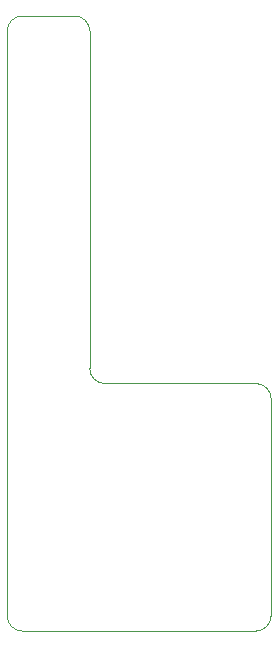
<source format=gbr>
%TF.GenerationSoftware,KiCad,Pcbnew,7.0.9*%
%TF.CreationDate,2024-01-28T12:44:50+11:00*%
%TF.ProjectId,Camera-Wing-SHIM,43616d65-7261-42d5-9769-6e672d534849,rev?*%
%TF.SameCoordinates,Original*%
%TF.FileFunction,Profile,NP*%
%FSLAX46Y46*%
G04 Gerber Fmt 4.6, Leading zero omitted, Abs format (unit mm)*
G04 Created by KiCad (PCBNEW 7.0.9) date 2024-01-28 12:44:50*
%MOMM*%
%LPD*%
G01*
G04 APERTURE LIST*
%TA.AperFunction,Profile*%
%ADD10C,0.100000*%
%TD*%
G04 APERTURE END LIST*
D10*
X80680000Y-78105000D02*
X85124999Y-78105001D01*
X100475000Y-109220001D02*
X87665001Y-109219999D01*
X80680000Y-78105000D02*
G75*
G03*
X79410000Y-79375000I0J-1270000D01*
G01*
X79410001Y-128904999D02*
X79410000Y-79375000D01*
X86395001Y-107949999D02*
G75*
G03*
X87665001Y-109219999I1269999J-1D01*
G01*
X86394999Y-79375001D02*
G75*
G03*
X85124999Y-78105001I-1269999J1D01*
G01*
X79410001Y-128904999D02*
G75*
G03*
X80680001Y-130174999I1269999J-1D01*
G01*
X101744999Y-110490001D02*
G75*
G03*
X100475000Y-109220001I-1269999J1D01*
G01*
X100475000Y-130175000D02*
G75*
G03*
X101745000Y-128904999I0J1270000D01*
G01*
X80680001Y-130174999D02*
X100475000Y-130174999D01*
X101745000Y-110490001D02*
X101745000Y-128904999D01*
X86395001Y-107949999D02*
X86394999Y-79375001D01*
M02*

</source>
